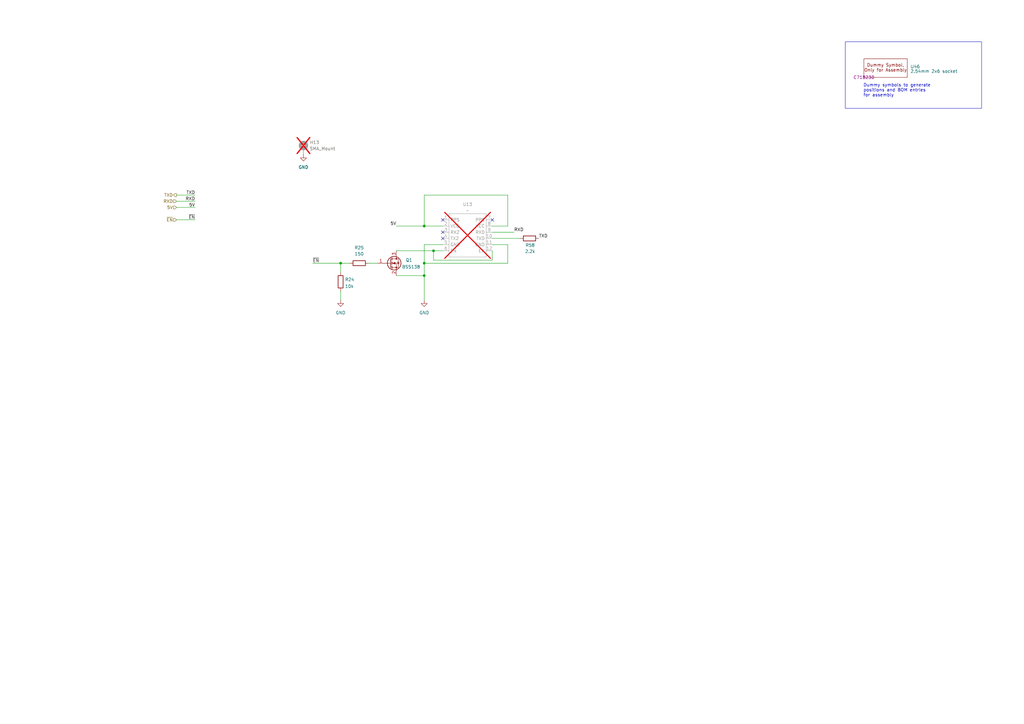
<source format=kicad_sch>
(kicad_sch (version 20250114) (generator "eeschema") (generator_version "9.0")
  (paper "A3")
  (title_block (title "OpenMower SABO Mainboard for Series I & II") (date "2025-05-22") (rev "v0.2") (company "Apeheanger <joerg@ebeling.ws> for OpenMower") (comment 1 "This design is licensed under CC BY-NC 4.0"))
  (lib_symbols
    (symbol "Device:R" (pin_numbers (hide yes)) (pin_names (offset 0))
      (property "Reference" "R" (at 2.032 0 90))
      (property "Value" "R" (at 0 0 90))
      (symbol "R_0_1"
        (rectangle (start -1.016 -2.54) (end 1.016 2.54) (stroke (width 0.254)))
      )
      (symbol "R_1_1"
        (pin passive line (at 0 3.81 270) (length 1.27) (name "~") (number "1"))
        (pin passive line (at 0 -3.81 90) (length 1.27) (name "~") (number "2"))
      )
    )
    (symbol "Mechanical:MountingHole_Pad" (pin_numbers (hide yes)) (pin_names (offset 1.016) (hide yes)) (exclude_from_sim yes) (in_bom no)
      (property "Reference" "H" (at 0 6.35 0))
      (property "Value" "MountingHole_Pad" (at 0 4.445 0))
      (symbol "MountingHole_Pad_0_1"
        (circle (center 0 1.27) (radius 1.27) (stroke (width 1.27)))
      )
      (symbol "MountingHole_Pad_1_1"
        (pin input line (at 0 -2.54 90) (length 2.54) (name "1") (number "1"))
      )
    )
    (symbol "Transistor_FET:BSS138" (pin_names (hide yes))
      (property "Reference" "Q" (at 5.08 1.905 0))
      (property "Value" "BSS138" (at 5.08 0 0))
      (symbol "BSS138_0_1"
        (polyline (pts (xy 0.254 1.905) (xy 0.254 -1.905)) (stroke (width 0.254)))
        (polyline (pts (xy 0.254 0) (xy -2.54 0)))
        (polyline (pts (xy 0.762 2.286) (xy 0.762 1.27)) (stroke (width 0.254)))
        (polyline (pts (xy 0.762 0.508) (xy 0.762 -0.508)) (stroke (width 0.254)))
        (polyline (pts (xy 0.762 -1.27) (xy 0.762 -2.286)) (stroke (width 0.254)))
        (polyline (pts (xy 0.762 -1.778) (xy 3.302 -1.778) (xy 3.302 1.778) (xy 0.762 1.778)))
        (polyline (pts (xy 1.016 0) (xy 2.032 0.381) (xy 2.032 -0.381) (xy 1.016 0)) (fill (type outline)))
        (circle (center 1.651 0) (radius 2.794) (stroke (width 0.254)))
        (polyline (pts (xy 2.54 2.54) (xy 2.54 1.778)))
        (circle (center 2.54 1.778) (radius 0.254) (fill (type outline)))
        (circle (center 2.54 -1.778) (radius 0.254) (fill (type outline)))
        (polyline (pts (xy 2.54 -2.54) (xy 2.54 0) (xy 0.762 0)))
        (polyline (pts (xy 2.794 0.508) (xy 2.921 0.381) (xy 3.683 0.381) (xy 3.81 0.254)))
        (polyline (pts (xy 3.302 0.381) (xy 2.921 -0.254) (xy 3.683 -0.254) (xy 3.302 0.381)))
      )
      (symbol "BSS138_1_1"
        (pin input line (at -5.08 0 0) (length 2.54) (name "G") (number "1"))
        (pin passive line (at 2.54 5.08 270) (length 2.54) (name "D") (number "3"))
        (pin passive line (at 2.54 -5.08 90) (length 2.54) (name "S") (number "2"))
      )
    )
    (symbol "power:GND" (power) (pin_numbers (hide yes)) (pin_names (offset 0) (hide yes))
      (property "Value" "GND" (at 0 -3.81 0))
      (symbol "GND_0_1"
        (polyline (pts (xy 0 0) (xy 0 -1.27) (xy 1.27 -1.27) (xy 0 -2.54) (xy -1.27 -1.27) (xy 0 -1.27)))
      )
      (symbol "GND_1_1"
        (pin power_in line (at 0 0 270) (length 0) (name "~") (number "1"))
      )
    )
    (symbol "xtech:Dummy"
      (property "Reference" "U" (at 0 0 0))
      (symbol "Dummy_0_1"
        (rectangle (start 0 7.62) (end 17.78 0))
      )
      (symbol "Dummy_1_1"
        (text "Dummy Symbol,\nOnly for Assembly" (at 8.89 4.064 0) (effects (font (size 1.27 1.27))))
      )
    )
    (symbol "xtech:UM9xx_WitMotion"
      (property "Reference" "U" (at 7.62 1.016 0))
      (symbol "UM9xx_WitMotion_0_1"
        (rectangle (start 0 20.32) (end 15.24 2.54))
      )
      (symbol "UM9xx_WitMotion_1_1"
        (pin output line (at -2.54 17.78 0) (length 2.54) (name "PPS") (number "1"))
        (pin input line (at -2.54 15.24 0) (length 2.54) (name "VCC") (number "2"))
        (pin input line (at -2.54 12.7 0) (length 2.54) (name "RX2") (number "3"))
        (pin output line (at -2.54 10.16 0) (length 2.54) (name "TX2") (number "4"))
        (pin input line (at -2.54 7.62 0) (length 2.54) (name "GND") (number "5"))
        (pin output line (at -2.54 5.08 0) (length 2.54) (name "EN") (number "6"))
        (pin output line (at 17.78 17.78 180) (length 2.54) (name "PPS") (number "7"))
        (pin input line (at 17.78 15.24 180) (length 2.54) (name "VCC") (number "8"))
        (pin input line (at 17.78 12.7 180) (length 2.54) (name "RXD") (number "9"))
        (pin output line (at 17.78 10.16 180) (length 2.54) (name "TXD") (number "10"))
        (pin input line (at 17.78 7.62 180) (length 2.54) (name "GND") (number "11"))
        (pin output line (at 17.78 5.08 180) (length 2.54) (name "EN") (number "12"))
      )
    )
  )
  (rectangle (start 346.71 17.145) (end 402.59 44.45))
  (text "Dummy symbols to generate \npositions and BOM entries\nfor assembly" (at 354.076 37.084 0) (effects (font (size 1.27 1.27)) (justify left)))
  (junction (at 139.7 107.95))
  (junction (at 173.99 113.03))
  (junction (at 173.99 107.95))
  (junction (at 177.8 102.87))
  (junction (at 173.99 92.71))
  (no_connect (at 201.93 90.17))
  (no_connect (at 181.61 97.79))
  (no_connect (at 181.61 95.25))
  (no_connect (at 181.61 90.17))
  (wire (pts (xy 80.01 82.55) (xy 72.39 82.55)))
  (wire (pts (xy 151.13 107.95) (xy 154.94 107.95)))
  (wire (pts (xy 201.93 102.87) (xy 201.93 106.68)))
  (wire (pts (xy 201.93 100.33) (xy 208.28 100.33)))
  (wire (pts (xy 139.7 107.95) (xy 139.7 111.76)))
  (wire (pts (xy 162.56 102.87) (xy 177.8 102.87)))
  (wire (pts (xy 208.28 107.95) (xy 173.99 107.95)))
  (wire (pts (xy 201.93 97.79) (xy 213.36 97.79)))
  (wire (pts (xy 201.93 106.68) (xy 177.8 106.68)))
  (wire (pts (xy 162.56 113.03) (xy 173.99 113.03)))
  (wire (pts (xy 162.56 92.71) (xy 173.99 92.71)))
  (wire (pts (xy 173.99 92.71) (xy 181.61 92.71)))
  (wire (pts (xy 208.28 100.33) (xy 208.28 107.95)))
  (wire (pts (xy 210.82 95.25) (xy 201.93 95.25)))
  (wire (pts (xy 208.28 92.71) (xy 208.28 80.01)))
  (wire (pts (xy 177.8 106.68) (xy 177.8 102.87)))
  (wire (pts (xy 139.7 107.95) (xy 143.51 107.95)))
  (wire (pts (xy 128.27 107.95) (xy 139.7 107.95)))
  (wire (pts (xy 139.7 123.19) (xy 139.7 119.38)))
  (wire (pts (xy 173.99 113.03) (xy 173.99 123.19)))
  (wire (pts (xy 201.93 92.71) (xy 208.28 92.71)))
  (wire (pts (xy 181.61 100.33) (xy 173.99 100.33)))
  (wire (pts (xy 177.8 102.87) (xy 181.61 102.87)))
  (wire (pts (xy 72.39 90.17) (xy 80.01 90.17)))
  (wire (pts (xy 173.99 107.95) (xy 173.99 113.03)))
  (wire (pts (xy 173.99 80.01) (xy 173.99 92.71)))
  (wire (pts (xy 173.99 100.33) (xy 173.99 107.95)))
  (wire (pts (xy 72.39 80.01) (xy 80.01 80.01)))
  (wire (pts (xy 72.39 85.09) (xy 80.01 85.09)))
  (wire (pts (xy 208.28 80.01) (xy 173.99 80.01)))
  (label "5V" (at 162.56 92.71 180))
  (label "TXD" (at 220.98 97.79 0))
  (label "TXD" (at 80.01 80.01 180))
  (label "~{EN}" (at 80.01 90.17 180))
  (label "RXD" (at 210.82 95.25 0))
  (label "5V" (at 80.01 85.09 180))
  (label "~{EN}" (at 128.27 107.95 0))
  (label "RXD" (at 80.01 82.55 180))
  (hierarchical_label "RXD" (shape input) (at 72.39 82.55 180))
  (hierarchical_label "~{EN}" (shape input) (at 72.39 90.17 180))
  (hierarchical_label "TXD" (shape output) (at 72.39 80.01 180))
  (hierarchical_label "5V" (shape input) (at 72.39 85.09 180))
  (symbol (lib_id "power:GND") (at 173.99 123.19 0) (unit 1)
    (property "Reference" "#PWR0152" (effects (hide yes)))
    (property "Value" "GND" (at 173.99 128.27 0))
    (property "Description" "Power symbol creates a global label with name \"GND\" , ground" (effects (hide yes)))
  )
  (symbol (lib_id "power:GND") (at 124.46 63.5 0) (unit 1)
    (property "Reference" "#PWR032" (effects (hide yes)))
    (property "Value" "GND" (at 124.46 68.58 0))
    (property "Description" "Power symbol creates a global label with name \"GND\" , ground" (effects (hide yes)))
  )
  (symbol (lib_id "xtech:UM9xx_WitMotion") (at 184.15 107.95 0) (unit 1) (dnp yes)
    (property "Reference" "U13" (at 191.77 83.82 0))
    (property "Value" "~" (at 191.77 86.36 0))
    (property "Footprint" "local_Connectors:UM9XX_WitMotion Sabo" (effects (hide yes)))
  )
  (symbol (lib_id "power:GND") (at 139.7 123.19 0) (unit 1)
    (property "Reference" "#PWR055" (effects (hide yes)))
    (property "Value" "GND" (at 139.7 128.27 0))
    (property "Description" "Power symbol creates a global label with name \"GND\" , ground" (effects (hide yes)))
  )
  (symbol (lib_id "Device:R") (at 217.17 97.79 90) (unit 1)
    (property "Reference" "R58" (at 217.424 100.584 90))
    (property "Value" "2.2k" (at 217.424 103.124 90))
    (property "Footprint" "Resistor_SMD:R_0805_2012Metric" (effects (hide yes)))
    (property "Description" "Resistor" (effects (hide yes)))
    (property "JLC" "C17520" (effects (hide yes)))
  )
  (symbol (lib_id "Device:R") (at 139.7 115.57 180) (unit 1)
    (property "Reference" "R24" (at 141.478 114.6615 0) (effects (justify right)))
    (property "Value" "10k" (at 141.478 117.4366 0) (effects (justify right)))
    (property "Footprint" "Resistor_SMD:R_0805_2012Metric_Pad1.20x1.40mm_HandSolder" (effects (hide yes)))
    (property "Digikey" "738-RMCF0805FG10K0CT-ND" (effects (hide yes)))
    (property "Stock_PN" "R-805-10K-.125W-1%" (effects (hide yes)))
    (property "JLC" "C17414" (effects (hide yes)))
  )
  (symbol (lib_id "Mechanical:MountingHole_Pad") (at 124.46 60.96 0) (unit 1) (exclude_from_sim yes) (in_bom no) (dnp yes)
    (property "Reference" "H13" (at 127 58.4199 0) (effects (justify left)))
    (property "Value" "SMA_Mount" (at 127 60.9599 0) (effects (justify left)))
    (property "Footprint" "local_Connectors:SMA_Mount_Hole_7mm_Pad_Via_Top_10_Bottom_13" (effects (hide yes)))
    (property "Description" "Mounting Hole with connection" (effects (hide yes)))
  )
  (symbol (lib_id "Device:R") (at 147.32 107.95 90) (unit 1)
    (property "Reference" "R25" (at 147.32 101.6 90))
    (property "Value" "150" (at 147.32 104.14 90))
    (property "Footprint" "Resistor_SMD:R_0805_2012Metric_Pad1.20x1.40mm_HandSolder" (effects (hide yes)))
    (property "Stock_PN" "R-805-150-.125W-1%" (effects (hide yes)))
    (property "Digikey" "311-150CRCT-ND" (effects (hide yes)))
    (property "JLC" "C17471" (effects (hide yes)))
  )
  (symbol (lib_id "xtech:Dummy") (at 354.33 31.75 0) (unit 1)
    (property "Reference" "U46" (at 373.38 27.3049 0) (effects (justify left)))
    (property "Value" "2.54mm 2x6 socket" (at 373.38 29.21 0) (effects (justify left)))
    (property "Footprint" "xtech:Dummy" (effects (hide yes)))
    (property "LCSC Part #" "C718230" (at 354.33 31.75 0))
  )
  (symbol (lib_id "Transistor_FET:BSS138") (at 160.02 107.95 0) (unit 1)
    (property "Reference" "Q1" (at 166.37 106.6799 0) (effects (justify left)))
    (property "Value" "BSS138" (at 164.846 109.474 0) (effects (justify left)))
    (property "Footprint" "Package_TO_SOT_SMD:SOT-23" (effects (hide yes)))
    (property "Datasheet" "https://www.onsemi.com/pub/Collateral/BSS138-D.PDF" (effects (hide yes)))
    (property "Stock_PN" "Q-AP2300" (effects (hide yes)))
    (property "Digikey" "BSS138K-13DICT-ND" (effects (hide yes)))
    (property "JLC" "C3040446" (effects (hide yes)))
  )
)
</source>
